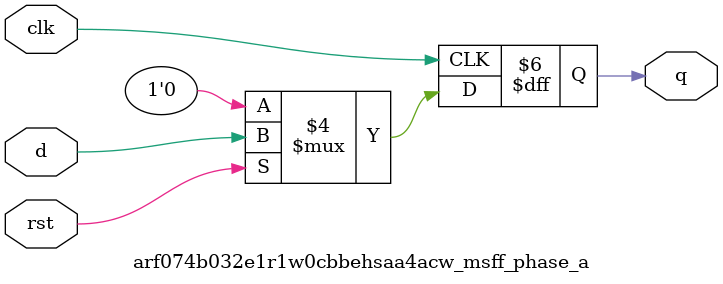
<source format=sv>
`ifndef ARF074B032E1R1W0CBBEHSAA4ACW_MSFF_PHASE_A_SV
`define ARF074B032E1R1W0CBBEHSAA4ACW_MSFF_PHASE_A_SV

module arf074b032e1r1w0cbbehsaa4acw_msff_phase_a #
(
  parameter DWIDTH = 1
)
(
  input  logic [DWIDTH-1:0] d,
  input  logic clk,
  input  logic rst,
  output logic [DWIDTH-1:0] q
);

always_ff @ (posedge clk) begin
  if (~rst) begin
    q <= '0;
  end
  else begin
    q <= d;
  end
end

endmodule // arf074b032e1r1w0cbbehsaa4acw_msff_phase_a

`endif // ARF074B032E1R1W0CBBEHSAA4ACW_MSFF_PHASE_A_SV
</source>
